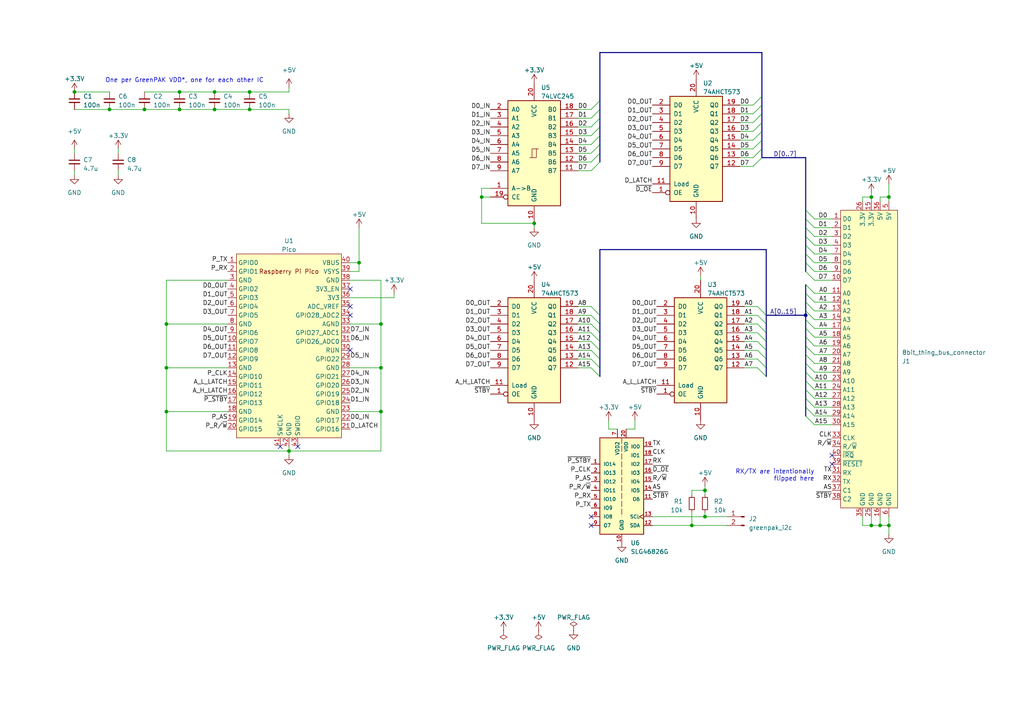
<source format=kicad_sch>
(kicad_sch (version 20230121) (generator eeschema)
  (paper "A4")
  (lib_symbols
    (symbol "74xx:74HC245" (pin_names (offset 1.016))
      (property "Reference" "U" (at -7.62 16.51 0))
      (property "Value" "74HC245" (at -7.62 -16.51 0))
      (symbol "74HC245_1_0"
        (polyline (pts (xy -0.635 -1.27) (xy -0.635 1.27) (xy 0.635 1.27)))
        (polyline (pts (xy -1.27 -1.27) (xy 0.635 -1.27) (xy 0.635 1.27) (xy 1.27 1.27)))
        (pin input line (at -12.7 -10.16 0) (length 5.08) (name "A->B") (number "1"))
        (pin power_in line (at 0 -20.32 90) (length 5.08) (name "GND") (number "10"))
        (pin tri_state line (at 12.7 -5.08 180) (length 5.08) (name "B7") (number "11"))
        (pin tri_state line (at 12.7 -2.54 180) (length 5.08) (name "B6") (number "12"))
        (pin tri_state line (at 12.7 0 180) (length 5.08) (name "B5") (number "13"))
        (pin tri_state line (at 12.7 2.54 180) (length 5.08) (name "B4") (number "14"))
        (pin tri_state line (at 12.7 5.08 180) (length 5.08) (name "B3") (number "15"))
        (pin tri_state line (at 12.7 7.62 180) (length 5.08) (name "B2") (number "16"))
        (pin tri_state line (at 12.7 10.16 180) (length 5.08) (name "B1") (number "17"))
        (pin tri_state line (at 12.7 12.7 180) (length 5.08) (name "B0") (number "18"))
        (pin input inverted (at -12.7 -12.7 0) (length 5.08) (name "CE") (number "19"))
        (pin tri_state line (at -12.7 12.7 0) (length 5.08) (name "A0") (number "2"))
        (pin power_in line (at 0 20.32 270) (length 5.08) (name "VCC") (number "20"))
        (pin tri_state line (at -12.7 10.16 0) (length 5.08) (name "A1") (number "3"))
        (pin tri_state line (at -12.7 7.62 0) (length 5.08) (name "A2") (number "4"))
        (pin tri_state line (at -12.7 5.08 0) (length 5.08) (name "A3") (number "5"))
        (pin tri_state line (at -12.7 2.54 0) (length 5.08) (name "A4") (number "6"))
        (pin tri_state line (at -12.7 0 0) (length 5.08) (name "A5") (number "7"))
        (pin tri_state line (at -12.7 -2.54 0) (length 5.08) (name "A6") (number "8"))
        (pin tri_state line (at -12.7 -5.08 0) (length 5.08) (name "A7") (number "9"))
      )
      (symbol "74HC245_1_1"
        (rectangle (start -7.62 15.24) (end 7.62 -15.24) (stroke (width 0.254)) (fill (type background)))
      )
    )
    (symbol "74xx:74LS573" (pin_names (offset 1.016))
      (property "Reference" "U" (at -7.62 16.51 0))
      (property "Value" "74LS573" (at -7.62 -16.51 0))
      (symbol "74LS573_1_0"
        (pin input inverted (at -12.7 -12.7 0) (length 5.08) (name "OE") (number "1"))
        (pin power_in line (at 0 -20.32 90) (length 5.08) (name "GND") (number "10"))
        (pin input line (at -12.7 -10.16 0) (length 5.08) (name "Load") (number "11"))
        (pin tri_state line (at 12.7 -5.08 180) (length 5.08) (name "Q7") (number "12"))
        (pin tri_state line (at 12.7 -2.54 180) (length 5.08) (name "Q6") (number "13"))
        (pin tri_state line (at 12.7 0 180) (length 5.08) (name "Q5") (number "14"))
        (pin tri_state line (at 12.7 2.54 180) (length 5.08) (name "Q4") (number "15"))
        (pin tri_state line (at 12.7 5.08 180) (length 5.08) (name "Q3") (number "16"))
        (pin tri_state line (at 12.7 7.62 180) (length 5.08) (name "Q2") (number "17"))
        (pin tri_state line (at 12.7 10.16 180) (length 5.08) (name "Q1") (number "18"))
        (pin tri_state line (at 12.7 12.7 180) (length 5.08) (name "Q0") (number "19"))
        (pin input line (at -12.7 12.7 0) (length 5.08) (name "D0") (number "2"))
        (pin power_in line (at 0 20.32 270) (length 5.08) (name "VCC") (number "20"))
        (pin input line (at -12.7 10.16 0) (length 5.08) (name "D1") (number "3"))
        (pin input line (at -12.7 7.62 0) (length 5.08) (name "D2") (number "4"))
        (pin input line (at -12.7 5.08 0) (length 5.08) (name "D3") (number "5"))
        (pin input line (at -12.7 2.54 0) (length 5.08) (name "D4") (number "6"))
        (pin input line (at -12.7 0 0) (length 5.08) (name "D5") (number "7"))
        (pin input line (at -12.7 -2.54 0) (length 5.08) (name "D6") (number "8"))
        (pin input line (at -12.7 -5.08 0) (length 5.08) (name "D7") (number "9"))
      )
      (symbol "74LS573_1_1"
        (rectangle (start -7.62 15.24) (end 7.62 -15.24) (stroke (width 0.254)) (fill (type background)))
      )
    )
    (symbol "Connector:Conn_01x02_Pin" (pin_names (offset 1.016) hide)
      (property "Reference" "J" (at 0 2.54 0))
      (property "Value" "Conn_01x02_Pin" (at 0 -5.08 0))
      (symbol "Conn_01x02_Pin_1_1"
        (polyline (pts (xy 1.27 -2.54) (xy 0.8636 -2.54)) (stroke (width 0.1524)))
        (polyline (pts (xy 1.27 0) (xy 0.8636 0)) (stroke (width 0.1524)))
        (rectangle (start 0.8636 -2.413) (end 0 -2.667) (stroke (width 0.1524)) (fill (type outline)))
        (rectangle (start 0.8636 0.127) (end 0 -0.127) (stroke (width 0.1524)) (fill (type outline)))
        (pin passive line (at 5.08 0 180) (length 3.81) (name "Pin_1") (number "1"))
        (pin passive line (at 5.08 -2.54 180) (length 3.81) (name "Pin_2") (number "2"))
      )
    )
    (symbol "Device:C_Small" (pin_numbers hide) (pin_names (offset 0.254) hide)
      (property "Reference" "C" (at 0.254 1.778 0))
      (property "Value" "C_Small" (at 0.254 -2.032 0))
      (symbol "C_Small_0_1"
        (polyline (pts (xy -1.524 -0.508) (xy 1.524 -0.508)) (stroke (width 0.3302)))
        (polyline (pts (xy -1.524 0.508) (xy 1.524 0.508)) (stroke (width 0.3048)))
      )
      (symbol "C_Small_1_1"
        (pin passive line (at 0 2.54 270) (length 2.032) (name "~") (number "1"))
        (pin passive line (at 0 -2.54 90) (length 2.032) (name "~") (number "2"))
      )
    )
    (symbol "Device:R_Small" (pin_numbers hide) (pin_names (offset 0.254) hide)
      (property "Reference" "R" (at 0.762 0.508 0))
      (property "Value" "R_Small" (at 0.762 -1.016 0))
      (symbol "R_Small_0_1"
        (rectangle (start -0.762 1.778) (end 0.762 -1.778) (stroke (width 0.2032)))
      )
      (symbol "R_Small_1_1"
        (pin passive line (at 0 2.54 270) (length 0.762) (name "~") (number "1"))
        (pin passive line (at 0 -2.54 90) (length 0.762) (name "~") (number "2"))
      )
    )
    (symbol "imported_symbols:Pico"
      (property "Reference" "U" (at -13.97 27.94 0))
      (property "Value" "Pico" (at 0 19.05 0))
      (symbol "Pico_0_0"
        (text "Raspberry Pi Pico" (at 0 21.59 0) (effects (font (size 1.27 1.27))))
      )
      (symbol "Pico_0_1"
        (rectangle (start -15.24 26.67) (end 15.24 -26.67) (fill (type background)))
      )
      (symbol "Pico_1_1"
        (pin bidirectional line (at -17.78 24.13 0) (length 2.54) (name "GPIO0") (number "1"))
        (pin bidirectional line (at -17.78 1.27 0) (length 2.54) (name "GPIO7") (number "10"))
        (pin bidirectional line (at -17.78 -1.27 0) (length 2.54) (name "GPIO8") (number "11"))
        (pin bidirectional line (at -17.78 -3.81 0) (length 2.54) (name "GPIO9") (number "12"))
        (pin power_in line (at -17.78 -6.35 0) (length 2.54) (name "GND") (number "13"))
        (pin bidirectional line (at -17.78 -8.89 0) (length 2.54) (name "GPIO10") (number "14"))
        (pin bidirectional line (at -17.78 -11.43 0) (length 2.54) (name "GPIO11") (number "15"))
        (pin bidirectional line (at -17.78 -13.97 0) (length 2.54) (name "GPIO12") (number "16"))
        (pin bidirectional line (at -17.78 -16.51 0) (length 2.54) (name "GPIO13") (number "17"))
        (pin power_in line (at -17.78 -19.05 0) (length 2.54) (name "GND") (number "18"))
        (pin bidirectional line (at -17.78 -21.59 0) (length 2.54) (name "GPIO14") (number "19"))
        (pin bidirectional line (at -17.78 21.59 0) (length 2.54) (name "GPIO1") (number "2"))
        (pin bidirectional line (at -17.78 -24.13 0) (length 2.54) (name "GPIO15") (number "20"))
        (pin bidirectional line (at 17.78 -24.13 180) (length 2.54) (name "GPIO16") (number "21"))
        (pin bidirectional line (at 17.78 -21.59 180) (length 2.54) (name "GPIO17") (number "22"))
        (pin power_in line (at 17.78 -19.05 180) (length 2.54) (name "GND") (number "23"))
        (pin bidirectional line (at 17.78 -16.51 180) (length 2.54) (name "GPIO18") (number "24"))
        (pin bidirectional line (at 17.78 -13.97 180) (length 2.54) (name "GPIO19") (number "25"))
        (pin bidirectional line (at 17.78 -11.43 180) (length 2.54) (name "GPIO20") (number "26"))
        (pin bidirectional line (at 17.78 -8.89 180) (length 2.54) (name "GPIO21") (number "27"))
        (pin power_in line (at 17.78 -6.35 180) (length 2.54) (name "GND") (number "28"))
        (pin bidirectional line (at 17.78 -3.81 180) (length 2.54) (name "GPIO22") (number "29"))
        (pin power_in line (at -17.78 19.05 0) (length 2.54) (name "GND") (number "3"))
        (pin input line (at 17.78 -1.27 180) (length 2.54) (name "RUN") (number "30"))
        (pin bidirectional line (at 17.78 1.27 180) (length 2.54) (name "GPIO26_ADC0") (number "31"))
        (pin bidirectional line (at 17.78 3.81 180) (length 2.54) (name "GPIO27_ADC1") (number "32"))
        (pin power_in line (at 17.78 6.35 180) (length 2.54) (name "AGND") (number "33"))
        (pin bidirectional line (at 17.78 8.89 180) (length 2.54) (name "GPIO28_ADC2") (number "34"))
        (pin power_in line (at 17.78 11.43 180) (length 2.54) (name "ADC_VREF") (number "35"))
        (pin power_in line (at 17.78 13.97 180) (length 2.54) (name "3V3") (number "36"))
        (pin input line (at 17.78 16.51 180) (length 2.54) (name "3V3_EN") (number "37"))
        (pin power_in line (at 17.78 19.05 180) (length 2.54) (name "GND") (number "38"))
        (pin power_in line (at 17.78 21.59 180) (length 2.54) (name "VSYS") (number "39"))
        (pin bidirectional line (at -17.78 16.51 0) (length 2.54) (name "GPIO2") (number "4"))
        (pin power_in line (at 17.78 24.13 180) (length 2.54) (name "VBUS") (number "40"))
        (pin input line (at -2.54 -29.21 90) (length 2.54) (name "SWCLK") (number "41"))
        (pin power_in line (at 0 -29.21 90) (length 2.54) (name "GND") (number "42"))
        (pin bidirectional line (at 2.54 -29.21 90) (length 2.54) (name "SWDIO") (number "43"))
        (pin bidirectional line (at -17.78 13.97 0) (length 2.54) (name "GPIO3") (number "5"))
        (pin bidirectional line (at -17.78 11.43 0) (length 2.54) (name "GPIO4") (number "6"))
        (pin bidirectional line (at -17.78 8.89 0) (length 2.54) (name "GPIO5") (number "7"))
        (pin power_in line (at -17.78 6.35 0) (length 2.54) (name "GND") (number "8"))
        (pin bidirectional line (at -17.78 3.81 0) (length 2.54) (name "GPIO6") (number "9"))
      )
    )
    (symbol "imported_symbols:SLG46826G" (pin_names (offset 1.016))
      (property "Reference" "U" (at 2.54 17.78 0))
      (property "Value" "SLG46826G" (at 2.54 15.24 0))
      (symbol "SLG46826G_0_0"
        (rectangle (start -6.35 13.97) (end 6.35 -13.97) (stroke (width 0.254)) (fill (type background)))
        (pin bidirectional line (at 8.89 6.35 180) (length 2.54) (name "IO14") (number "1"))
        (pin power_in line (at 0 -16.51 90) (length 2.54) (name "GND") (number "10"))
        (pin output line (at -8.89 -3.81 0) (length 2.54) (name "O6") (number "11"))
        (pin bidirectional line (at -8.89 -11.43 0) (length 2.54) (name "SDA") (number "12"))
        (pin input clock (at -8.89 -8.89 0) (length 2.54) (name "SCL") (number "13"))
        (pin bidirectional line (at -8.89 -1.27 0) (length 2.54) (name "IO5") (number "14"))
        (pin bidirectional line (at -8.89 1.27 0) (length 2.54) (name "IO4") (number "15"))
        (pin bidirectional line (at -8.89 3.81 0) (length 2.54) (name "IO3") (number "16"))
        (pin bidirectional line (at -8.89 6.35 0) (length 2.54) (name "IO2") (number "17"))
        (pin bidirectional line (at -8.89 8.89 0) (length 2.54) (name "IO1") (number "18"))
        (pin bidirectional line (at -8.89 11.43 0) (length 2.54) (name "IO0") (number "19"))
        (pin bidirectional line (at 8.89 3.81 180) (length 2.54) (name "IO13") (number "2"))
        (pin power_in line (at -1.27 16.51 270) (length 2.54) (name "VDD") (number "20"))
        (pin bidirectional line (at 8.89 1.27 180) (length 2.54) (name "IO12") (number "3"))
        (pin bidirectional line (at 8.89 -1.27 180) (length 2.54) (name "IO11") (number "4"))
        (pin bidirectional line (at 8.89 -3.81 180) (length 2.54) (name "IO10") (number "5"))
        (pin bidirectional line (at 8.89 -6.35 180) (length 2.54) (name "IO9") (number "6"))
        (pin power_in line (at 1.27 16.51 270) (length 2.54) (name "VDD2") (number "7"))
        (pin bidirectional line (at 8.89 -8.89 180) (length 2.54) (name "IO8") (number "8"))
        (pin output line (at 8.89 -11.43 180) (length 2.54) (name "O7") (number "9"))
      )
      (symbol "SLG46826G_0_1"
        (polyline (pts (xy 0 13.97) (xy 0 -8.89)) (stroke (width 0) (type dash)))
      )
    )
    (symbol "own_symbols:8bit_thing_bus_connector"
      (property "Reference" "J" (at 3.81 48.26 0))
      (property "Value" "8bit_thing_bus_connector" (at 15.24 50.8 0))
      (symbol "8bit_thing_bus_connector_0_0"
        (pin bidirectional line (at 10.16 19.05 180) (length 2.54) (name "A0") (number "11"))
        (pin bidirectional line (at 10.16 3.81 180) (length 2.54) (name "A6") (number "19"))
        (pin bidirectional line (at 10.16 -19.05 180) (length 2.54) (name "A15") (number "30"))
        (pin bidirectional line (at 10.16 -33.02 180) (length 2.54) (name "RX") (number "31"))
        (pin bidirectional line (at 10.16 -35.56 180) (length 2.54) (name "TX") (number "32"))
        (pin bidirectional line (at 10.16 -22.86 180) (length 2.54) (name "CLK") (number "33"))
        (pin bidirectional line (at 10.16 -25.4 180) (length 2.54) (name "R/~{W}") (number "34"))
        (pin bidirectional line (at 10.16 -38.1 180) (length 2.54) (name "C1") (number "37"))
        (pin bidirectional line (at 10.16 -40.64 180) (length 2.54) (name "C2") (number "38"))
        (pin bidirectional line (at 10.16 -30.48 180) (length 2.54) (name "~{RESET}") (number "39"))
        (pin bidirectional line (at 10.16 -27.94 180) (length 2.54) (name "~{IRQ}") (number "40"))
      )
      (symbol "8bit_thing_bus_connector_0_1"
        (rectangle (start -8.89 43.18) (end 7.62 -43.18) (fill (type background)))
      )
      (symbol "8bit_thing_bus_connector_1_1"
        (pin bidirectional line (at 10.16 40.64 180) (length 2.54) (name "D0") (number "1"))
        (pin bidirectional line (at 10.16 22.86 180) (length 2.54) (name "D7") (number "10"))
        (pin bidirectional line (at 10.16 16.51 180) (length 2.54) (name "A1") (number "12"))
        (pin bidirectional line (at 10.16 13.97 180) (length 2.54) (name "A2") (number "13"))
        (pin bidirectional line (at 10.16 11.43 180) (length 2.54) (name "A3") (number "14"))
        (pin power_in line (at -1.27 45.72 270) (length 2.54) (name "3.3V") (number "15"))
        (pin power_in line (at -3.81 -45.72 90) (length 2.54) (name "GND") (number "16"))
        (pin bidirectional line (at 10.16 8.89 180) (length 2.54) (name "A4") (number "17"))
        (pin bidirectional line (at 10.16 6.35 180) (length 2.54) (name "A5") (number "18"))
        (pin bidirectional line (at 10.16 38.1 180) (length 2.54) (name "D1") (number "2"))
        (pin bidirectional line (at 10.16 1.27 180) (length 2.54) (name "A7") (number "20"))
        (pin bidirectional line (at 10.16 -1.27 180) (length 2.54) (name "A8") (number "21"))
        (pin bidirectional line (at 10.16 -3.81 180) (length 2.54) (name "A9") (number "22"))
        (pin bidirectional line (at 10.16 -6.35 180) (length 2.54) (name "A10") (number "23"))
        (pin bidirectional line (at 10.16 -8.89 180) (length 2.54) (name "A11") (number "24"))
        (pin power_in line (at -1.27 -45.72 90) (length 2.54) (name "GND") (number "25"))
        (pin power_in line (at 1.27 45.72 270) (length 2.54) (name "3.3V") (number "26"))
        (pin bidirectional line (at 10.16 -11.43 180) (length 2.54) (name "A12") (number "27"))
        (pin bidirectional line (at 10.16 -13.97 180) (length 2.54) (name "A13") (number "28"))
        (pin bidirectional line (at 10.16 -16.51 180) (length 2.54) (name "A14") (number "29"))
        (pin bidirectional line (at 10.16 35.56 180) (length 2.54) (name "D2") (number "3"))
        (pin power_in line (at 1.27 -45.72 90) (length 2.54) (name "GND") (number "35"))
        (pin power_in line (at -3.81 45.72 270) (length 2.54) (name "5V") (number "36"))
        (pin bidirectional line (at 10.16 33.02 180) (length 2.54) (name "D3") (number "4"))
        (pin power_in line (at -6.35 45.72 270) (length 2.54) (name "5V") (number "5"))
        (pin power_in line (at -6.35 -45.72 90) (length 2.54) (name "GND") (number "6"))
        (pin bidirectional line (at 10.16 30.48 180) (length 2.54) (name "D4") (number "7"))
        (pin bidirectional line (at 10.16 27.94 180) (length 2.54) (name "D5") (number "8"))
        (pin bidirectional line (at 10.16 25.4 180) (length 2.54) (name "D6") (number "9"))
      )
    )
    (symbol "power:+3.3V" (power) (pin_names (offset 0))
      (property "Value" "+3.3V" (at 0 3.556 0))
      (symbol "+3.3V_0_1"
        (polyline (pts (xy -0.762 1.27) (xy 0 2.54)))
        (polyline (pts (xy 0 0) (xy 0 2.54)))
        (polyline (pts (xy 0 2.54) (xy 0.762 1.27)))
      )
      (symbol "+3.3V_1_1"
        (pin power_in line (at 0 0 90) (length 0) hide (name "+3.3V") (number "1"))
      )
    )
    (symbol "power:+5V" (power) (pin_names (offset 0))
      (property "Value" "+5V" (at 0 3.556 0))
      (symbol "+5V_0_1"
        (polyline (pts (xy -0.762 1.27) (xy 0 2.54)))
        (polyline (pts (xy 0 0) (xy 0 2.54)))
        (polyline (pts (xy 0 2.54) (xy 0.762 1.27)))
      )
      (symbol "+5V_1_1"
        (pin power_in line (at 0 0 90) (length 0) hide (name "+5V") (number "1"))
      )
    )
    (symbol "power:GND" (power) (pin_names (offset 0))
      (property "Value" "GND" (at 0 -3.81 0))
      (symbol "GND_0_1"
        (polyline (pts (xy 0 0) (xy 0 -1.27) (xy 1.27 -1.27) (xy 0 -2.54) (xy -1.27 -1.27) (xy 0 -1.27)))
      )
      (symbol "GND_1_1"
        (pin power_in line (at 0 0 270) (length 0) hide (name "GND") (number "1"))
      )
    )
    (symbol "power:PWR_FLAG" (power) (pin_numbers hide) (pin_names (offset 0) hide)
      (property "Value" "PWR_FLAG" (at 0 3.81 0))
      (symbol "PWR_FLAG_0_0"
        (pin power_out line (at 0 0 90) (length 0) (name "pwr") (number "1"))
      )
      (symbol "PWR_FLAG_0_1"
        (polyline (pts (xy 0 0) (xy 0 1.27) (xy -1.016 1.905) (xy 0 2.54) (xy 1.016 1.905) (xy 0 1.27)))
      )
    )
  )
  (junction (at 139.7 57.15))
  (junction (at 233.68 91.44))
  (junction (at 252.73 57.15))
  (junction (at 154.94 64.77))
  (junction (at 110.49 106.68))
  (junction (at 204.47 142.24))
  (junction (at 62.23 31.75))
  (junction (at 72.39 26.67))
  (junction (at 257.81 57.15))
  (junction (at 41.91 31.75))
  (junction (at 257.81 152.4))
  (junction (at 204.47 149.86))
  (junction (at 52.07 31.75))
  (junction (at 110.49 93.98))
  (junction (at 200.66 152.4))
  (junction (at 72.39 31.75))
  (junction (at 252.73 152.4))
  (junction (at 21.59 26.67))
  (junction (at 48.26 106.68))
  (junction (at 62.23 26.67))
  (junction (at 48.26 93.98))
  (junction (at 110.49 119.38))
  (junction (at 255.27 152.4))
  (junction (at 104.14 76.2))
  (junction (at 52.07 26.67))
  (junction (at 83.82 130.81))
  (junction (at 48.26 119.38))
  (junction (at 31.75 31.75))
  (no_connect (at 241.3 132.08))
  (no_connect (at 86.36 129.54))
  (no_connect (at 101.6 83.82))
  (no_connect (at 171.45 152.4))
  (no_connect (at 101.6 88.9))
  (no_connect (at 171.45 149.86))
  (no_connect (at 101.6 101.6))
  (no_connect (at 241.3 134.62))
  (no_connect (at 81.28 129.54))
  (no_connect (at 101.6 91.44))
  (bus_entry (at 233.68 78.74) (size 2.54 2.54))
  (bus_entry (at 233.68 90.17) (size 2.54 2.54))
  (bus_entry (at 233.68 95.25) (size 2.54 2.54))
  (bus_entry (at 222.25 93.98) (size -2.54 -2.54))
  (bus_entry (at 233.68 63.5) (size 2.54 2.54))
  (bus_entry (at 220.98 35.56) (size -2.54 2.54))
  (bus_entry (at 222.25 101.6) (size -2.54 -2.54))
  (bus_entry (at 173.99 39.37) (size -2.54 2.54))
  (bus_entry (at 233.68 120.65) (size 2.54 2.54))
  (bus_entry (at 233.68 118.11) (size 2.54 2.54))
  (bus_entry (at 173.99 99.06) (size -2.54 -2.54))
  (bus_entry (at 173.99 106.68) (size -2.54 -2.54))
  (bus_entry (at 233.68 68.58) (size 2.54 2.54))
  (bus_entry (at 220.98 43.18) (size -2.54 2.54))
  (bus_entry (at 233.68 100.33) (size 2.54 2.54))
  (bus_entry (at 220.98 33.02) (size -2.54 2.54))
  (bus_entry (at 233.68 66.04) (size 2.54 2.54))
  (bus_entry (at 173.99 109.22) (size -2.54 -2.54))
  (bus_entry (at 220.98 30.48) (size -2.54 2.54))
  (bus_entry (at 222.25 104.14) (size -2.54 -2.54))
  (bus_entry (at 173.99 34.29) (size -2.54 2.54))
  (bus_entry (at 220.98 27.94) (size -2.54 2.54))
  (bus_entry (at 173.99 91.44) (size -2.54 -2.54))
  (bus_entry (at 173.99 96.52) (size -2.54 -2.54))
  (bus_entry (at 233.68 76.2) (size 2.54 2.54))
  (bus_entry (at 173.99 101.6) (size -2.54 -2.54))
  (bus_entry (at 222.25 106.68) (size -2.54 -2.54))
  (bus_entry (at 222.25 109.22) (size -2.54 -2.54))
  (bus_entry (at 233.68 85.09) (size 2.54 2.54))
  (bus_entry (at 233.68 87.63) (size 2.54 2.54))
  (bus_entry (at 173.99 46.99) (size -2.54 2.54))
  (bus_entry (at 173.99 44.45) (size -2.54 2.54))
  (bus_entry (at 173.99 41.91) (size -2.54 2.54))
  (bus_entry (at 233.68 82.55) (size 2.54 2.54))
  (bus_entry (at 220.98 38.1) (size -2.54 2.54))
  (bus_entry (at 220.98 40.64) (size -2.54 2.54))
  (bus_entry (at 220.98 45.72) (size -2.54 2.54))
  (bus_entry (at 233.68 110.49) (size 2.54 2.54))
  (bus_entry (at 233.68 113.03) (size 2.54 2.54))
  (bus_entry (at 233.68 115.57) (size 2.54 2.54))
  (bus_entry (at 233.68 107.95) (size 2.54 2.54))
  (bus_entry (at 173.99 104.14) (size -2.54 -2.54))
  (bus_entry (at 222.25 91.44) (size -2.54 -2.54))
  (bus_entry (at 173.99 29.21) (size -2.54 2.54))
  (bus_entry (at 233.68 105.41) (size 2.54 2.54))
  (bus_entry (at 173.99 36.83) (size -2.54 2.54))
  (bus_entry (at 233.68 92.71) (size 2.54 2.54))
  (bus_entry (at 233.68 102.87) (size 2.54 2.54))
  (bus_entry (at 233.68 73.66) (size 2.54 2.54))
  (bus_entry (at 233.68 97.79) (size 2.54 2.54))
  (bus_entry (at 233.68 60.96) (size 2.54 2.54))
  (bus_entry (at 222.25 99.06) (size -2.54 -2.54))
  (bus_entry (at 173.99 93.98) (size -2.54 -2.54))
  (bus_entry (at 173.99 31.75) (size -2.54 2.54))
  (bus_entry (at 222.25 96.52) (size -2.54 -2.54))
  (bus_entry (at 233.68 71.12) (size 2.54 2.54))
  (wire (pts (xy 252.73 58.42) (xy 252.73 57.15)))
  (wire (pts (xy 34.29 50.8) (xy 34.29 49.53)))
  (bus (pts (xy 220.98 38.1) (xy 220.98 40.64)))
  (bus (pts (xy 220.98 43.18) (xy 220.98 45.72)))
  (bus (pts (xy 233.68 45.72) (xy 233.68 60.96)))
  (wire (pts (xy 101.6 81.28) (xy 110.49 81.28)))
  (bus (pts (xy 233.68 82.55) (xy 233.68 85.09)))
  (wire (pts (xy 139.7 57.15) (xy 139.7 54.61)))
  (wire (pts (xy 219.71 104.14) (xy 215.9 104.14)))
  (bus (pts (xy 220.98 30.48) (xy 220.98 33.02)))
  (wire (pts (xy 236.22 90.17) (xy 241.3 90.17)))
  (wire (pts (xy 252.73 149.86) (xy 252.73 152.4)))
  (wire (pts (xy 171.45 49.53) (xy 167.64 49.53)))
  (wire (pts (xy 236.22 76.2) (xy 241.3 76.2)))
  (wire (pts (xy 236.22 73.66) (xy 241.3 73.66)))
  (bus (pts (xy 233.68 66.04) (xy 233.68 63.5)))
  (wire (pts (xy 62.23 31.75) (xy 72.39 31.75)))
  (wire (pts (xy 171.45 91.44) (xy 167.64 91.44)))
  (wire (pts (xy 200.66 142.24) (xy 204.47 142.24)))
  (wire (pts (xy 236.22 66.04) (xy 241.3 66.04)))
  (wire (pts (xy 72.39 26.67) (xy 83.82 26.67)))
  (wire (pts (xy 236.22 100.33) (xy 241.3 100.33)))
  (bus (pts (xy 173.99 15.24) (xy 173.99 29.21)))
  (wire (pts (xy 52.07 31.75) (xy 62.23 31.75)))
  (bus (pts (xy 173.99 39.37) (xy 173.99 41.91)))
  (wire (pts (xy 101.6 119.38) (xy 110.49 119.38)))
  (wire (pts (xy 154.94 64.77) (xy 139.7 64.77)))
  (wire (pts (xy 203.2 81.28) (xy 203.2 80.01)))
  (wire (pts (xy 218.44 40.64) (xy 214.63 40.64)))
  (wire (pts (xy 236.22 68.58) (xy 241.3 68.58)))
  (bus (pts (xy 173.99 99.06) (xy 173.99 96.52)))
  (wire (pts (xy 171.45 99.06) (xy 167.64 99.06)))
  (wire (pts (xy 171.45 106.68) (xy 167.64 106.68)))
  (wire (pts (xy 250.19 152.4) (xy 252.73 152.4)))
  (wire (pts (xy 52.07 26.67) (xy 62.23 26.67)))
  (wire (pts (xy 236.22 118.11) (xy 241.3 118.11)))
  (wire (pts (xy 171.45 93.98) (xy 167.64 93.98)))
  (wire (pts (xy 236.22 97.79) (xy 241.3 97.79)))
  (wire (pts (xy 218.44 43.18) (xy 214.63 43.18)))
  (wire (pts (xy 34.29 43.18) (xy 34.29 44.45)))
  (wire (pts (xy 236.22 107.95) (xy 241.3 107.95)))
  (wire (pts (xy 48.26 93.98) (xy 66.04 93.98)))
  (wire (pts (xy 48.26 93.98) (xy 48.26 106.68)))
  (bus (pts (xy 220.98 35.56) (xy 220.98 38.1)))
  (bus (pts (xy 173.99 34.29) (xy 173.99 36.83)))
  (bus (pts (xy 233.68 118.11) (xy 233.68 120.65)))
  (bus (pts (xy 173.99 15.24) (xy 220.98 15.24)))
  (wire (pts (xy 218.44 35.56) (xy 214.63 35.56)))
  (bus (pts (xy 233.68 73.66) (xy 233.68 76.2)))
  (bus (pts (xy 222.25 99.06) (xy 222.25 96.52)))
  (bus (pts (xy 173.99 93.98) (xy 173.99 91.44)))
  (bus (pts (xy 222.25 106.68) (xy 222.25 104.14)))
  (wire (pts (xy 219.71 96.52) (xy 215.9 96.52)))
  (wire (pts (xy 21.59 31.75) (xy 31.75 31.75)))
  (wire (pts (xy 236.22 105.41) (xy 241.3 105.41)))
  (bus (pts (xy 233.68 76.2) (xy 233.68 78.74)))
  (wire (pts (xy 236.22 71.12) (xy 241.3 71.12)))
  (wire (pts (xy 218.44 30.48) (xy 214.63 30.48)))
  (wire (pts (xy 255.27 149.86) (xy 255.27 152.4)))
  (bus (pts (xy 173.99 96.52) (xy 173.99 93.98)))
  (bus (pts (xy 222.25 101.6) (xy 222.25 99.06)))
  (wire (pts (xy 154.94 66.04) (xy 154.94 64.77)))
  (wire (pts (xy 204.47 148.59) (xy 204.47 149.86)))
  (wire (pts (xy 48.26 119.38) (xy 48.26 130.81)))
  (wire (pts (xy 204.47 142.24) (xy 204.47 143.51)))
  (wire (pts (xy 139.7 57.15) (xy 142.24 57.15)))
  (bus (pts (xy 233.68 60.96) (xy 233.68 63.5)))
  (wire (pts (xy 171.45 44.45) (xy 167.64 44.45)))
  (wire (pts (xy 48.26 81.28) (xy 48.26 93.98)))
  (wire (pts (xy 104.14 66.04) (xy 104.14 76.2)))
  (wire (pts (xy 171.45 96.52) (xy 167.64 96.52)))
  (wire (pts (xy 252.73 152.4) (xy 255.27 152.4)))
  (wire (pts (xy 236.22 63.5) (xy 241.3 63.5)))
  (wire (pts (xy 171.45 46.99) (xy 167.64 46.99)))
  (wire (pts (xy 31.75 31.75) (xy 41.91 31.75)))
  (bus (pts (xy 220.98 33.02) (xy 220.98 35.56)))
  (wire (pts (xy 257.81 53.34) (xy 257.81 57.15)))
  (bus (pts (xy 233.68 87.63) (xy 233.68 90.17)))
  (bus (pts (xy 173.99 29.21) (xy 173.99 31.75)))
  (wire (pts (xy 139.7 64.77) (xy 139.7 57.15)))
  (bus (pts (xy 222.25 91.44) (xy 233.68 91.44)))
  (bus (pts (xy 233.68 97.79) (xy 233.68 100.33)))
  (wire (pts (xy 200.66 143.51) (xy 200.66 142.24)))
  (wire (pts (xy 104.14 78.74) (xy 104.14 76.2)))
  (wire (pts (xy 219.71 106.68) (xy 215.9 106.68)))
  (wire (pts (xy 48.26 130.81) (xy 83.82 130.81)))
  (wire (pts (xy 210.82 149.86) (xy 204.47 149.86)))
  (bus (pts (xy 173.99 106.68) (xy 173.99 104.14)))
  (wire (pts (xy 72.39 31.75) (xy 83.82 31.75)))
  (wire (pts (xy 236.22 113.03) (xy 241.3 113.03)))
  (wire (pts (xy 252.73 57.15) (xy 250.19 57.15)))
  (wire (pts (xy 101.6 78.74) (xy 104.14 78.74)))
  (wire (pts (xy 21.59 50.8) (xy 21.59 49.53)))
  (bus (pts (xy 222.25 109.22) (xy 222.25 106.68)))
  (wire (pts (xy 171.45 39.37) (xy 167.64 39.37)))
  (wire (pts (xy 110.49 81.28) (xy 110.49 93.98)))
  (bus (pts (xy 233.68 110.49) (xy 233.68 113.03)))
  (wire (pts (xy 257.81 57.15) (xy 257.81 58.42)))
  (wire (pts (xy 218.44 33.02) (xy 214.63 33.02)))
  (wire (pts (xy 83.82 25.4) (xy 83.82 26.67)))
  (bus (pts (xy 173.99 36.83) (xy 173.99 39.37)))
  (wire (pts (xy 66.04 81.28) (xy 48.26 81.28)))
  (wire (pts (xy 110.49 119.38) (xy 110.49 106.68)))
  (wire (pts (xy 210.82 152.4) (xy 200.66 152.4)))
  (wire (pts (xy 236.22 78.74) (xy 241.3 78.74)))
  (wire (pts (xy 101.6 86.36) (xy 114.3 86.36)))
  (wire (pts (xy 250.19 149.86) (xy 250.19 152.4)))
  (wire (pts (xy 171.45 104.14) (xy 167.64 104.14)))
  (bus (pts (xy 173.99 101.6) (xy 173.99 99.06)))
  (wire (pts (xy 200.66 152.4) (xy 189.23 152.4)))
  (bus (pts (xy 233.68 115.57) (xy 233.68 118.11)))
  (wire (pts (xy 255.27 58.42) (xy 255.27 57.15)))
  (bus (pts (xy 220.98 45.72) (xy 233.68 45.72)))
  (wire (pts (xy 21.59 26.67) (xy 31.75 26.67)))
  (bus (pts (xy 173.99 44.45) (xy 173.99 46.99)))
  (bus (pts (xy 233.68 90.17) (xy 233.68 91.44)))
  (bus (pts (xy 233.68 92.71) (xy 233.68 95.25)))
  (wire (pts (xy 236.22 92.71) (xy 241.3 92.71)))
  (wire (pts (xy 21.59 43.18) (xy 21.59 44.45)))
  (bus (pts (xy 220.98 27.94) (xy 220.98 30.48)))
  (bus (pts (xy 233.68 100.33) (xy 233.68 102.87)))
  (wire (pts (xy 218.44 45.72) (xy 214.63 45.72)))
  (wire (pts (xy 236.22 95.25) (xy 241.3 95.25)))
  (bus (pts (xy 173.99 91.44) (xy 173.99 72.39)))
  (bus (pts (xy 233.68 91.44) (xy 233.68 92.71)))
  (wire (pts (xy 250.19 57.15) (xy 250.19 58.42)))
  (bus (pts (xy 233.68 66.04) (xy 233.68 68.58)))
  (wire (pts (xy 200.66 148.59) (xy 200.66 152.4)))
  (wire (pts (xy 219.71 99.06) (xy 215.9 99.06)))
  (wire (pts (xy 114.3 85.09) (xy 114.3 86.36)))
  (wire (pts (xy 236.22 102.87) (xy 241.3 102.87)))
  (wire (pts (xy 41.91 31.75) (xy 52.07 31.75)))
  (wire (pts (xy 218.44 48.26) (xy 214.63 48.26)))
  (wire (pts (xy 48.26 119.38) (xy 66.04 119.38)))
  (bus (pts (xy 173.99 41.91) (xy 173.99 44.45)))
  (wire (pts (xy 219.71 101.6) (xy 215.9 101.6)))
  (bus (pts (xy 220.98 40.64) (xy 220.98 43.18)))
  (bus (pts (xy 233.68 95.25) (xy 233.68 97.79)))
  (wire (pts (xy 181.61 124.46) (xy 184.15 124.46)))
  (wire (pts (xy 219.71 91.44) (xy 215.9 91.44)))
  (wire (pts (xy 236.22 87.63) (xy 241.3 87.63)))
  (wire (pts (xy 236.22 85.09) (xy 241.3 85.09)))
  (wire (pts (xy 171.45 101.6) (xy 167.64 101.6)))
  (bus (pts (xy 222.25 93.98) (xy 222.25 91.44)))
  (wire (pts (xy 171.45 34.29) (xy 167.64 34.29)))
  (wire (pts (xy 83.82 130.81) (xy 83.82 129.54)))
  (wire (pts (xy 171.45 88.9) (xy 167.64 88.9)))
  (bus (pts (xy 233.68 68.58) (xy 233.68 71.12)))
  (wire (pts (xy 62.23 26.67) (xy 72.39 26.67)))
  (wire (pts (xy 110.49 130.81) (xy 83.82 130.81)))
  (wire (pts (xy 171.45 36.83) (xy 167.64 36.83)))
  (bus (pts (xy 173.99 31.75) (xy 173.99 34.29)))
  (wire (pts (xy 101.6 93.98) (xy 110.49 93.98)))
  (bus (pts (xy 233.68 113.03) (xy 233.68 115.57)))
  (bus (pts (xy 173.99 72.39) (xy 222.25 72.39)))
  (wire (pts (xy 236.22 120.65) (xy 241.3 120.65)))
  (wire (pts (xy 171.45 31.75) (xy 167.64 31.75)))
  (wire (pts (xy 236.22 81.28) (xy 241.3 81.28)))
  (wire (pts (xy 204.47 149.86) (xy 189.23 149.86)))
  (wire (pts (xy 171.45 41.91) (xy 167.64 41.91)))
  (wire (pts (xy 236.22 110.49) (xy 241.3 110.49)))
  (bus (pts (xy 173.99 109.22) (xy 173.99 106.68)))
  (bus (pts (xy 173.99 104.14) (xy 173.99 101.6)))
  (wire (pts (xy 41.91 26.67) (xy 52.07 26.67)))
  (wire (pts (xy 255.27 57.15) (xy 257.81 57.15)))
  (wire (pts (xy 184.15 124.46) (xy 184.15 121.92)))
  (wire (pts (xy 104.14 76.2) (xy 101.6 76.2)))
  (wire (pts (xy 48.26 106.68) (xy 66.04 106.68)))
  (wire (pts (xy 236.22 115.57) (xy 241.3 115.57)))
  (wire (pts (xy 176.53 124.46) (xy 179.07 124.46)))
  (wire (pts (xy 83.82 33.02) (xy 83.82 31.75)))
  (wire (pts (xy 236.22 123.19) (xy 241.3 123.19)))
  (bus (pts (xy 233.68 105.41) (xy 233.68 107.95)))
  (bus (pts (xy 222.25 96.52) (xy 222.25 93.98)))
  (bus (pts (xy 220.98 27.94) (xy 220.98 15.24)))
  (wire (pts (xy 218.44 38.1) (xy 214.63 38.1)))
  (wire (pts (xy 219.71 93.98) (xy 215.9 93.98)))
  (bus (pts (xy 233.68 110.49) (xy 233.68 107.95)))
  (wire (pts (xy 110.49 93.98) (xy 110.49 106.68)))
  (bus (pts (xy 222.25 91.44) (xy 222.25 72.39)))
  (bus (pts (xy 233.68 85.09) (xy 233.68 87.63)))
  (wire (pts (xy 110.49 119.38) (xy 110.49 130.81)))
  (wire (pts (xy 176.53 121.92) (xy 176.53 124.46)))
  (wire (pts (xy 257.81 152.4) (xy 257.81 149.86)))
  (wire (pts (xy 110.49 106.68) (xy 101.6 106.68)))
  (wire (pts (xy 252.73 55.88) (xy 252.73 57.15)))
  (wire (pts (xy 48.26 106.68) (xy 48.26 119.38)))
  (wire (pts (xy 204.47 140.97) (xy 204.47 142.24)))
  (wire (pts (xy 257.81 152.4) (xy 255.27 152.4)))
  (wire (pts (xy 257.81 154.94) (xy 257.81 152.4)))
  (bus (pts (xy 233.68 105.41) (xy 233.68 102.87)))
  (wire (pts (xy 83.82 132.08) (xy 83.82 130.81)))
  (wire (pts (xy 219.71 88.9) (xy 215.9 88.9)))
  (bus (pts (xy 233.68 71.12) (xy 233.68 73.66)))
  (bus (pts (xy 222.25 104.14) (xy 222.25 101.6)))
  (wire (pts (xy 139.7 54.61) (xy 142.24 54.61)))
  (text "RX/TX are intentionally\nflipped here" (at 236.22 139.7 0) (effects (font (size 1.27 1.27)) (justify right bottom)))
  (text "One per GreenPAK VDD*, one for each other IC" (at 30.48 24.13 0) (effects (font (size 1.27 1.27)) (justify left bottom)))
  (label "A7" (at 215.9 106.68 0))
  (label "A8" (at 240.03 105.41 180))
  (label "D5" (at 214.63 43.18 0))
  (label "A4" (at 215.9 99.06 0))
  (label "A10" (at 240.03 110.49 180))
  (label "A2" (at 215.9 93.98 0))
  (label "A11" (at 167.64 96.52 0))
  (label "D3" (at 240.03 71.12 180))
  (label "D4_IN" (at 142.24 41.91 180))
  (label "D7" (at 240.03 81.28 180))
  (label "A7" (at 240.03 102.87 180))
  (label "D4_OUT" (at 189.23 40.64 180))
  (label "D4_OUT" (at 142.24 99.06 180))
  (label "D5_IN" (at 101.6 104.14 0))
  (label "D2" (at 167.64 36.83 0))
  (label "D4_IN" (at 101.6 109.22 0))
  (label "D2_OUT" (at 66.04 88.9 180))
  (label "D7_IN" (at 101.6 96.52 0))
  (label "D1_OUT" (at 142.24 91.44 180))
  (label "D5_OUT" (at 142.24 101.6 180))
  (label "D2_IN" (at 101.6 114.3 0))
  (label "P_RX" (at 171.45 144.78 180))
  (label "A10" (at 167.64 93.98 0))
  (label "A6" (at 240.03 100.33 180))
  (label "D4" (at 240.03 73.66 180))
  (label "A14" (at 240.03 120.65 180))
  (label "~{D_OE}" (at 189.23 55.88 180))
  (label "A[0..15]" (at 231.14 91.44 180))
  (label "D1_OUT" (at 66.04 86.36 180))
  (label "D6" (at 240.03 78.74 180))
  (label "D2" (at 240.03 68.58 180))
  (label "D0" (at 240.03 63.5 180))
  (label "A14" (at 167.64 104.14 0))
  (label "D6" (at 214.63 45.72 0))
  (label "D0_OUT" (at 190.5 88.9 180))
  (label "A_H_LATCH" (at 66.04 114.3 180))
  (label "A13" (at 240.03 118.11 180))
  (label "D3_IN" (at 142.24 39.37 180))
  (label "A3" (at 215.9 96.52 0))
  (label "~{STBY}" (at 142.24 114.3 180))
  (label "D2_OUT" (at 189.23 35.56 180))
  (label "D6_OUT" (at 189.23 45.72 180))
  (label "A12" (at 167.64 99.06 0))
  (label "TX" (at 189.23 129.54 0))
  (label "D2_IN" (at 142.24 36.83 180))
  (label "D2" (at 214.63 35.56 0))
  (label "A5" (at 240.03 97.79 180))
  (label "D6" (at 167.64 46.99 0))
  (label "D0_OUT" (at 189.23 30.48 180))
  (label "D4" (at 214.63 40.64 0))
  (label "D2_OUT" (at 142.24 93.98 180))
  (label "P_RX" (at 66.04 78.74 180))
  (label "D1_OUT" (at 190.5 91.44 180))
  (label "A13" (at 167.64 101.6 0))
  (label "P_AS" (at 66.04 121.92 180))
  (label "A6" (at 215.9 104.14 0))
  (label "TX" (at 241.3 137.16 180))
  (label "A1" (at 240.03 87.63 180))
  (label "D1" (at 214.63 33.02 0))
  (label "D3_OUT" (at 189.23 38.1 180))
  (label "~{STBY}" (at 189.23 144.78 0))
  (label "D4_OUT" (at 66.04 96.52 180))
  (label "D6_OUT" (at 142.24 104.14 180))
  (label "P_R{slash}~{W}" (at 66.04 124.46 180))
  (label "D7_OUT" (at 66.04 104.14 180))
  (label "~{P_STBY}" (at 66.04 116.84 180))
  (label "D0_IN" (at 101.6 121.92 0))
  (label "D6_IN" (at 142.24 46.99 180))
  (label "A12" (at 240.03 115.57 180))
  (label "A15" (at 167.64 106.68 0))
  (label "D1" (at 240.03 66.04 180))
  (label "D3_IN" (at 101.6 111.76 0))
  (label "A3" (at 240.03 92.71 180))
  (label "D0" (at 167.64 31.75 0))
  (label "D0" (at 214.63 30.48 0))
  (label "D5" (at 240.03 76.2 180))
  (label "D1_OUT" (at 189.23 33.02 180))
  (label "D3" (at 214.63 38.1 0))
  (label "A1" (at 215.9 91.44 0))
  (label "A0" (at 240.03 85.09 180))
  (label "D3" (at 167.64 39.37 0))
  (label "P_CLK" (at 171.45 137.16 180))
  (label "D_LATCH" (at 101.6 124.46 0))
  (label "D6_OUT" (at 190.5 104.14 180))
  (label "P_R{slash}~{W}" (at 171.45 142.24 180))
  (label "D0_OUT" (at 66.04 83.82 180))
  (label "AS" (at 241.3 142.24 180))
  (label "RX" (at 189.23 134.62 0))
  (label "A5" (at 215.9 101.6 0))
  (label "D6_OUT" (at 66.04 101.6 180))
  (label "D6_IN" (at 101.6 99.06 0))
  (label "P_TX" (at 171.45 147.32 180))
  (label "CLK" (at 241.3 127 180))
  (label "D5_OUT" (at 190.5 101.6 180))
  (label "D5_OUT" (at 66.04 99.06 180))
  (label "D0_OUT" (at 142.24 88.9 180))
  (label "D2_OUT" (at 190.5 93.98 180))
  (label "D5_OUT" (at 189.23 43.18 180))
  (label "D5" (at 167.64 44.45 0))
  (label "D7" (at 214.63 48.26 0))
  (label "D7_OUT" (at 190.5 106.68 180))
  (label "D[0..7]" (at 231.14 45.72 180))
  (label "A9" (at 167.64 91.44 0))
  (label "D4_OUT" (at 190.5 99.06 180))
  (label "~{STBY}" (at 190.5 114.3 180))
  (label "P_TX" (at 66.04 76.2 180))
  (label "P_AS" (at 171.45 139.7 180))
  (label "D4" (at 167.64 41.91 0))
  (label "A4" (at 240.03 95.25 180))
  (label "AS" (at 189.23 142.24 0))
  (label "A2" (at 240.03 90.17 180))
  (label "D1_IN" (at 142.24 34.29 180))
  (label "D7_IN" (at 142.24 49.53 180))
  (label "~{D_OE}" (at 189.23 137.16 0))
  (label "D3_OUT" (at 66.04 91.44 180))
  (label "RX" (at 241.3 139.7 180))
  (label "A_L_LATCH" (at 190.5 111.76 180))
  (label "R{slash}~{W}" (at 241.3 129.54 180))
  (label "CLK" (at 189.23 132.08 0))
  (label "A_H_LATCH" (at 142.24 111.76 180))
  (label "D3_OUT" (at 142.24 96.52 180))
  (label "A11" (at 240.03 113.03 180))
  (label "R{slash}~{W}" (at 189.23 139.7 0))
  (label "D1" (at 167.64 34.29 0))
  (label "D5_IN" (at 142.24 44.45 180))
  (label "A_L_LATCH" (at 66.04 111.76 180))
  (label "D3_OUT" (at 190.5 96.52 180))
  (label "D7_OUT" (at 189.23 48.26 180))
  (label "D_LATCH" (at 189.23 53.34 180))
  (label "D0_IN" (at 142.24 31.75 180))
  (label "A9" (at 240.03 107.95 180))
  (label "A0" (at 215.9 88.9 0))
  (label "D7_OUT" (at 142.24 106.68 180))
  (label "P_CLK" (at 66.04 109.22 180))
  (label "~{STBY}" (at 241.3 144.78 180))
  (label "~{P_STBY}" (at 171.45 134.62 180))
  (label "D7" (at 167.64 49.53 0))
  (label "A15" (at 240.03 123.19 180))
  (label "D1_IN" (at 101.6 116.84 0))
  (label "A8" (at 167.64 88.9 0))
  (symbol (lib_id "power:PWR_FLAG") (at 146.05 182.88 180) (unit 1)
    (property "Reference" "#FLG03" (effects hide))
    (property "Value" "PWR_FLAG" (at 146.05 187.96 0))
  )
  (symbol (lib_id "power:GND") (at 257.81 154.94 0) (unit 1)
    (property "Reference" "#PWR012" (effects hide))
    (property "Value" "GND" (at 257.81 160.02 0))
  )
  (symbol (lib_id "74xx:74LS573") (at 201.93 43.18 0) (unit 1)
    (property "Reference" "U2" (at 203.8859 24.13 0) (effects (justify left)))
    (property "Value" "74AHCT573" (at 203.8859 26.67 0) (effects (justify left)))
    (property "Footprint" "Package_SO:SSOP-20_5.3x7.2mm_P0.65mm" (effects hide))
    (property "Datasheet" "74xx/74hc573.pdf" (effects hide))
  )
  (symbol (lib_id "power:+5V") (at 21.59 43.18 0) (unit 1)
    (property "Reference" "#PWR025" (effects hide))
    (property "Value" "+5V" (at 21.59 38.1 0))
  )
  (symbol (lib_id "power:GND") (at 203.2 121.92 0) (unit 1)
    (property "Reference" "#PWR03" (effects hide))
    (property "Value" "GND" (at 203.2 127 0))
  )
  (symbol (lib_id "Connector:Conn_01x02_Pin") (at 215.9 149.86 0) (mirror y) (unit 1)
    (property "Reference" "J2" (at 217.17 150.495 0) (effects (justify right)))
    (property "Value" "greenpak_i2c" (at 217.17 153.035 0) (effects (justify right)))
    (property "Footprint" "own_footprints:PinHeader_1x02_P2.54mm_Vertical_minimal" (effects hide))
  )
  (symbol (lib_id "power:+3.3V") (at 114.3 85.09 0) (unit 1)
    (property "Reference" "#PWR013" (effects hide))
    (property "Value" "+3.3V" (at 114.3 81.28 0))
  )
  (symbol (lib_id "power:GND") (at 166.37 182.88 0) (unit 1)
    (property "Reference" "#PWR015" (effects hide))
    (property "Value" "GND" (at 166.37 187.96 0))
  )
  (symbol (lib_id "power:GND") (at 154.94 121.92 0) (unit 1)
    (property "Reference" "#PWR02" (effects hide))
    (property "Value" "GND" (at 154.94 127 0))
  )
  (symbol (lib_id "power:+5V") (at 201.93 22.86 0) (unit 1)
    (property "Reference" "#PWR08" (effects hide))
    (property "Value" "+5V" (at 201.93 19.05 0))
  )
  (symbol (lib_id "power:GND") (at 83.82 132.08 0) (unit 1)
    (property "Reference" "#PWR04" (effects hide))
    (property "Value" "GND" (at 83.82 137.16 0))
  )
  (symbol (lib_id "imported_symbols:SLG46826G") (at 180.34 140.97 0) (mirror y) (unit 1)
    (property "Reference" "U6" (at 182.88 157.48 0) (effects (justify right)))
    (property "Value" "SLG46826G" (at 182.88 160.02 0) (effects (justify right)))
    (property "Footprint" "imported_footprints:SOP65P640X120-20N" (effects hide))
    (property "MANUFACTURER" "Dialog Semiconductor" (effects hide))
    (property "PARTREV" "3.10" (effects hide))
    (property "STANDARD" "IPC 7351B" (effects hide))
    (property "MAXIMUM_PACKAGE_HEIGHT" "1.2 mm" (effects hide))
  )
  (symbol (lib_id "power:+3.3V") (at 21.59 26.67 0) (unit 1)
    (property "Reference" "#PWR023" (effects hide))
    (property "Value" "+3.3V" (at 21.59 22.86 0))
  )
  (symbol (lib_id "Device:C_Small") (at 21.59 29.21 0) (unit 1)
    (property "Reference" "C1" (at 24.13 27.9462 0) (effects (justify left)))
    (property "Value" "100n" (at 24.13 30.4862 0) (effects (justify left)))
    (property "Footprint" "Capacitor_SMD:C_0805_2012Metric_Pad1.18x1.45mm_HandSolder" (effects hide))
  )
  (symbol (lib_id "Device:R_Small") (at 200.66 146.05 0) (unit 1)
    (property "Reference" "R1" (at 198.12 145.415 0) (effects (justify right)))
    (property "Value" "10k" (at 198.12 147.955 0) (effects (justify right)))
    (property "Footprint" "Resistor_SMD:R_0805_2012Metric_Pad1.20x1.40mm_HandSolder" (effects hide))
  )
  (symbol (lib_id "power:GND") (at 83.82 33.02 0) (unit 1)
    (property "Reference" "#PWR022" (effects hide))
    (property "Value" "GND" (at 83.82 38.1 0))
  )
  (symbol (lib_id "power:+5V") (at 83.82 25.4 0) (unit 1)
    (property "Reference" "#PWR021" (effects hide))
    (property "Value" "+5V" (at 83.82 20.32 0))
  )
  (symbol (lib_id "Device:C_Small") (at 21.59 46.99 0) (unit 1)
    (property "Reference" "C7" (at 24.13 46.3613 0) (effects (justify left)))
    (property "Value" "4.7u" (at 24.13 48.9013 0) (effects (justify left)))
    (property "Footprint" "Capacitor_SMD:C_0805_2012Metric_Pad1.18x1.45mm_HandSolder" (effects hide))
  )
  (symbol (lib_id "power:GND") (at 180.34 157.48 0) (unit 1)
    (property "Reference" "#PWR020" (effects hide))
    (property "Value" "GND" (at 180.34 162.56 0))
  )
  (symbol (lib_id "power:+5V") (at 184.15 121.92 0) (mirror y) (unit 1)
    (property "Reference" "#PWR018" (effects hide))
    (property "Value" "+5V" (at 184.15 118.11 0))
  )
  (symbol (lib_id "Device:C_Small") (at 34.29 46.99 0) (unit 1)
    (property "Reference" "C8" (at 36.83 46.3613 0) (effects (justify left)))
    (property "Value" "4.7u" (at 36.83 48.9013 0) (effects (justify left)))
    (property "Footprint" "Capacitor_SMD:C_0805_2012Metric_Pad1.18x1.45mm_HandSolder" (effects hide))
  )
  (symbol (lib_id "power:GND") (at 154.94 66.04 0) (unit 1)
    (property "Reference" "#PWR01" (effects hide))
    (property "Value" "GND" (at 154.94 71.12 0))
  )
  (symbol (lib_id "power:+5V") (at 156.21 182.88 0) (unit 1)
    (property "Reference" "#PWR016" (effects hide))
    (property "Value" "+5V" (at 156.21 179.07 0))
  )
  (symbol (lib_id "power:+3.3V") (at 34.29 43.18 0) (unit 1)
    (property "Reference" "#PWR024" (effects hide))
    (property "Value" "+3.3V" (at 34.29 39.37 0))
  )
  (symbol (lib_id "Device:C_Small") (at 41.91 29.21 0) (unit 1)
    (property "Reference" "C2" (at 44.45 27.9462 0) (effects (justify left)))
    (property "Value" "100n" (at 44.45 30.4862 0) (effects (justify left)))
    (property "Footprint" "Capacitor_SMD:C_0805_2012Metric_Pad1.18x1.45mm_HandSolder" (effects hide))
  )
  (symbol (lib_id "Device:C_Small") (at 62.23 29.21 0) (unit 1)
    (property "Reference" "C4" (at 64.77 27.9462 0) (effects (justify left)))
    (property "Value" "100n" (at 64.77 30.4862 0) (effects (justify left)))
    (property "Footprint" "Capacitor_SMD:C_0805_2012Metric_Pad1.18x1.45mm_HandSolder" (effects hide))
  )
  (symbol (lib_id "power:PWR_FLAG") (at 166.37 182.88 0) (unit 1)
    (property "Reference" "#FLG01" (effects hide))
    (property "Value" "PWR_FLAG" (at 166.37 179.07 0))
  )
  (symbol (lib_id "power:+3.3V") (at 154.94 24.13 0) (unit 1)
    (property "Reference" "#PWR07" (effects hide))
    (property "Value" "+3.3V" (at 154.94 20.32 0))
  )
  (symbol (lib_id "Device:R_Small") (at 204.47 146.05 0) (unit 1)
    (property "Reference" "R2" (at 207.01 145.415 0) (effects (justify left)))
    (property "Value" "10k" (at 207.01 147.955 0) (effects (justify left)))
    (property "Footprint" "Resistor_SMD:R_0805_2012Metric_Pad1.20x1.40mm_HandSolder" (effects hide))
  )
  (symbol (lib_id "74xx:74LS573") (at 203.2 101.6 0) (unit 1)
    (property "Reference" "U3" (at 205.1559 82.55 0) (effects (justify left)))
    (property "Value" "74AHCT573" (at 205.1559 85.09 0) (effects (justify left)))
    (property "Footprint" "Package_SO:SSOP-20_5.3x7.2mm_P0.65mm" (effects hide))
    (property "Datasheet" "74xx/74hc573.pdf" (effects hide))
  )
  (symbol (lib_id "power:+3.3V") (at 146.05 182.88 0) (unit 1)
    (property "Reference" "#PWR017" (effects hide))
    (property "Value" "+3.3V" (at 146.05 179.07 0))
  )
  (symbol (lib_id "Device:C_Small") (at 72.39 29.21 0) (unit 1)
    (property "Reference" "C5" (at 74.93 27.9462 0) (effects (justify left)))
    (property "Value" "100n" (at 74.93 30.4862 0) (effects (justify left)))
    (property "Footprint" "Capacitor_SMD:C_0805_2012Metric_Pad1.18x1.45mm_HandSolder" (effects hide))
  )
  (symbol (lib_id "power:PWR_FLAG") (at 156.21 182.88 180) (unit 1)
    (property "Reference" "#FLG02" (effects hide))
    (property "Value" "PWR_FLAG" (at 156.21 187.96 0))
  )
  (symbol (lib_id "74xx:74HC245") (at 154.94 44.45 0) (unit 1)
    (property "Reference" "U5" (at 156.8959 25.4 0) (effects (justify left)))
    (property "Value" "74LVC245" (at 156.8959 27.94 0) (effects (justify left)))
    (property "Footprint" "Package_SO:TSSOP-20_4.4x6.5mm_P0.65mm" (effects hide))
    (property "Datasheet" "http://www.ti.com/lit/gpn/sn74HC245" (effects hide))
  )
  (symbol (lib_id "power:+5V") (at 203.2 80.01 0) (unit 1)
    (property "Reference" "#PWR06" (effects hide))
    (property "Value" "+5V" (at 203.2 76.2 0))
  )
  (symbol (lib_id "imported_symbols:Pico") (at 83.82 100.33 0) (unit 1)
    (property "Reference" "U1" (at 83.82 69.85 0))
    (property "Value" "Pico" (at 83.82 72.39 0))
    (property "Footprint" "imported_footprints:RPi_Pico_SMD_TH" (effects hide))
  )
  (symbol (lib_id "power:+3.3V") (at 252.73 55.88 0) (unit 1)
    (property "Reference" "#PWR011" (effects hide))
    (property "Value" "+3.3V" (at 252.73 52.07 0))
  )
  (symbol (lib_id "power:+5V") (at 154.94 81.28 0) (unit 1)
    (property "Reference" "#PWR05" (effects hide))
    (property "Value" "+5V" (at 154.94 77.47 0))
  )
  (symbol (lib_id "power:GND") (at 34.29 50.8 0) (unit 1)
    (property "Reference" "#PWR027" (effects hide))
    (property "Value" "GND" (at 34.29 55.88 0))
  )
  (symbol (lib_id "power:+5V") (at 104.14 66.04 0) (unit 1)
    (property "Reference" "#PWR014" (effects hide))
    (property "Value" "+5V" (at 104.14 62.23 0))
  )
  (symbol (lib_id "Device:C_Small") (at 31.75 29.21 0) (unit 1)
    (property "Reference" "C6" (at 34.29 27.9462 0) (effects (justify left)))
    (property "Value" "100n" (at 34.29 30.4862 0) (effects (justify left)))
    (property "Footprint" "Capacitor_SMD:C_0805_2012Metric_Pad1.18x1.45mm_HandSolder" (effects hide))
  )
  (symbol (lib_id "power:GND") (at 201.93 63.5 0) (unit 1)
    (property "Reference" "#PWR09" (effects hide))
    (property "Value" "GND" (at 201.93 68.58 0))
  )
  (symbol (lib_id "power:+3.3V") (at 176.53 121.92 0) (mirror y) (unit 1)
    (property "Reference" "#PWR019" (effects hide))
    (property "Value" "+3.3V" (at 176.53 118.11 0))
  )
  (symbol (lib_id "power:GND") (at 21.59 50.8 0) (unit 1)
    (property "Reference" "#PWR026" (effects hide))
    (property "Value" "GND" (at 21.59 55.88 0))
  )
  (symbol (lib_id "74xx:74LS573") (at 154.94 101.6 0) (unit 1)
    (property "Reference" "U4" (at 156.8959 82.55 0) (effects (justify left)))
    (property "Value" "74AHCT573" (at 156.8959 85.09 0) (effects (justify left)))
    (property "Footprint" "Package_SO:SSOP-20_5.3x7.2mm_P0.65mm" (effects hide))
    (property "Datasheet" "74xx/74hc573.pdf" (effects hide))
  )
  (symbol (lib_id "Device:C_Small") (at 52.07 29.21 0) (unit 1)
    (property "Reference" "C3" (at 54.61 27.9462 0) (effects (justify left)))
    (property "Value" "100n" (at 54.61 30.4862 0) (effects (justify left)))
    (property "Footprint" "Capacitor_SMD:C_0805_2012Metric_Pad1.18x1.45mm_HandSolder" (effects hide))
  )
  (symbol (lib_id "own_symbols:8bit_thing_bus_connector") (at 251.46 104.14 0) (mirror y) (unit 1)
    (property "Reference" "J1" (at 261.62 104.775 0) (effects (justify right)))
    (property "Value" "8bit_thing_bus_connector" (at 261.62 102.235 0) (effects (justify right)))
    (property "Footprint" "Connector_IDC:IDC-Header_2x20_P2.54mm_Horizontal" (effects hide))
  )
  (symbol (lib_id "power:+5V") (at 204.47 140.97 0) (mirror y) (unit 1)
    (property "Reference" "#PWR028" (effects hide))
    (property "Value" "+5V" (at 204.47 137.16 0))
  )
  (symbol (lib_id "power:+5V") (at 257.81 53.34 0) (unit 1)
    (property "Reference" "#PWR010" (effects hide))
    (property "Value" "+5V" (at 257.81 49.53 0))
  )
)
</source>
